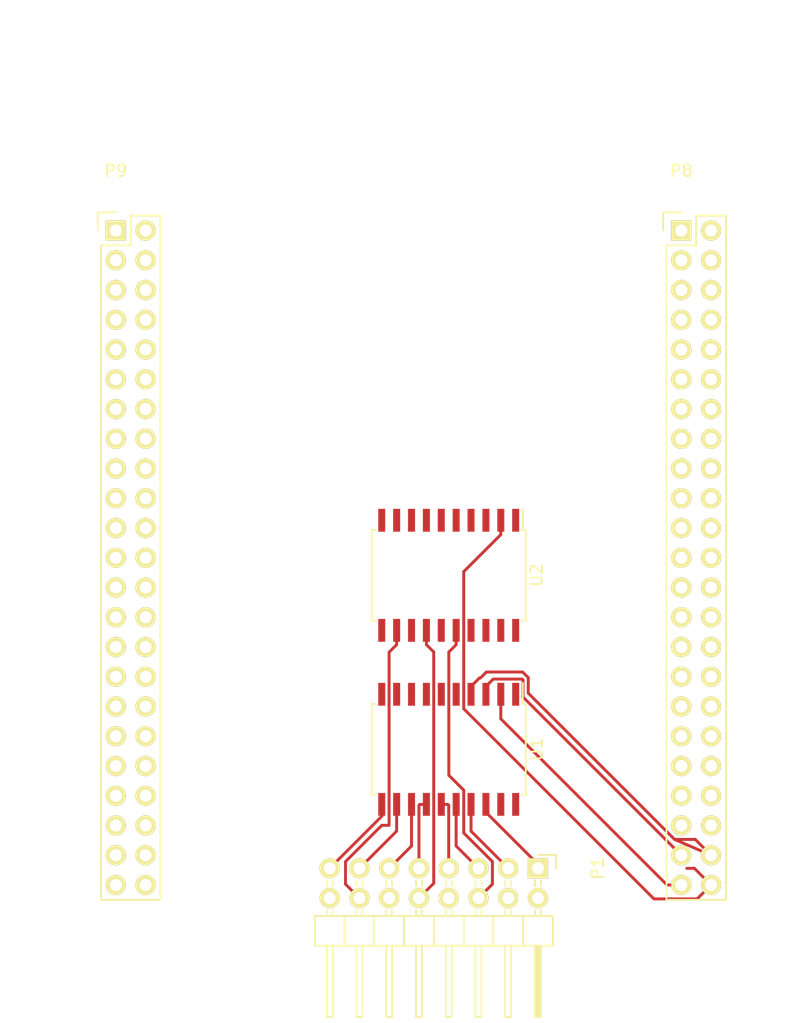
<source format=kicad_pcb>
(kicad_pcb (version 20160815) (host pcbnew "(2016-10-25 revision 89f9b7d)-master")

  (general
    (links 50)
    (no_connects 46)
    (area 114.463829 42.696129 169.076371 129.058671)
    (thickness 1.6)
    (drawings 11)
    (tracks 69)
    (zones 0)
    (modules 5)
    (nets 99)
  )

  (page A4)
  (layers
    (0 F.Cu signal)
    (31 B.Cu signal)
    (32 B.Adhes user)
    (33 F.Adhes user)
    (34 B.Paste user)
    (35 F.Paste user)
    (36 B.SilkS user)
    (37 F.SilkS user)
    (38 B.Mask user)
    (39 F.Mask user)
    (40 Dwgs.User user)
    (41 Cmts.User user)
    (42 Eco1.User user)
    (43 Eco2.User user)
    (44 Edge.Cuts user)
    (45 Margin user)
    (46 B.CrtYd user)
    (47 F.CrtYd user)
    (48 B.Fab user)
    (49 F.Fab user)
  )

  (setup
    (last_trace_width 0.25)
    (trace_clearance 0.2)
    (zone_clearance 0.508)
    (zone_45_only no)
    (trace_min 0.2)
    (segment_width 0.2)
    (edge_width 0.00254)
    (via_size 0.6)
    (via_drill 0.4)
    (via_min_size 0.4)
    (via_min_drill 0.3)
    (uvia_size 0.3)
    (uvia_drill 0.1)
    (uvias_allowed no)
    (uvia_min_size 0.2)
    (uvia_min_drill 0.1)
    (pcb_text_width 0.3)
    (pcb_text_size 1.5 1.5)
    (mod_edge_width 0.15)
    (mod_text_size 1 1)
    (mod_text_width 0.15)
    (pad_size 1.7272 1.7272)
    (pad_drill 1.016)
    (pad_to_mask_clearance 0)
    (aux_axis_origin 0 0)
    (visible_elements 7FFFFFFF)
    (pcbplotparams
      (layerselection 0x01030_80000001)
      (usegerberextensions false)
      (excludeedgelayer true)
      (linewidth 0.100000)
      (plotframeref false)
      (viasonmask false)
      (mode 1)
      (useauxorigin false)
      (hpglpennumber 1)
      (hpglpenspeed 20)
      (hpglpendiameter 15)
      (psnegative false)
      (psa4output false)
      (plotreference true)
      (plotvalue true)
      (plotinvisibletext false)
      (padsonsilk false)
      (subtractmaskfromsilk false)
      (outputformat 4)
      (mirror false)
      (drillshape 0)
      (scaleselection 1)
      (outputdirectory ""))
  )

  (net 0 "")
  (net 1 "Net-(P8-Pad3)")
  (net 2 "Net-(P8-Pad4)")
  (net 3 "Net-(P8-Pad5)")
  (net 4 "Net-(P8-Pad6)")
  (net 5 "Net-(P8-Pad7)")
  (net 6 "Net-(P8-Pad8)")
  (net 7 "Net-(P8-Pad9)")
  (net 8 "Net-(P8-Pad10)")
  (net 9 "Net-(P8-Pad11)")
  (net 10 "Net-(P8-Pad12)")
  (net 11 "Net-(P8-Pad13)")
  (net 12 "Net-(P8-Pad14)")
  (net 13 "Net-(P8-Pad15)")
  (net 14 "Net-(P8-Pad16)")
  (net 15 "Net-(P8-Pad17)")
  (net 16 "Net-(P8-Pad18)")
  (net 17 "Net-(P8-Pad19)")
  (net 18 "Net-(P8-Pad20)")
  (net 19 "Net-(P8-Pad21)")
  (net 20 "Net-(P8-Pad22)")
  (net 21 "Net-(P8-Pad23)")
  (net 22 "Net-(P8-Pad24)")
  (net 23 "Net-(P8-Pad25)")
  (net 24 "Net-(P8-Pad26)")
  (net 25 "Net-(P8-Pad27)")
  (net 26 "Net-(P8-Pad28)")
  (net 27 "Net-(P8-Pad29)")
  (net 28 "Net-(P8-Pad30)")
  (net 29 "Net-(P8-Pad31)")
  (net 30 "Net-(P8-Pad32)")
  (net 31 "Net-(P8-Pad33)")
  (net 32 "Net-(P8-Pad34)")
  (net 33 "Net-(P8-Pad35)")
  (net 34 "Net-(P8-Pad36)")
  (net 35 "Net-(P8-Pad37)")
  (net 36 "Net-(P8-Pad38)")
  (net 37 "Net-(P8-Pad39)")
  (net 38 "Net-(P8-Pad40)")
  (net 39 "Net-(P8-Pad41)")
  (net 40 "Net-(P8-Pad42)")
  (net 41 "Net-(P8-Pad43)")
  (net 42 "Net-(P8-Pad44)")
  (net 43 "Net-(P8-Pad45)")
  (net 44 "Net-(P8-Pad46)")
  (net 45 "Net-(P9-Pad11)")
  (net 46 "Net-(P9-Pad12)")
  (net 47 "Net-(P9-Pad13)")
  (net 48 "Net-(P9-Pad14)")
  (net 49 "Net-(P9-Pad15)")
  (net 50 "Net-(P9-Pad16)")
  (net 51 "Net-(P9-Pad17)")
  (net 52 "Net-(P9-Pad18)")
  (net 53 "Net-(P9-Pad19)")
  (net 54 "Net-(P9-Pad20)")
  (net 55 "Net-(P9-Pad21)")
  (net 56 "Net-(P9-Pad22)")
  (net 57 "Net-(P9-Pad23)")
  (net 58 "Net-(P9-Pad24)")
  (net 59 "Net-(P9-Pad25)")
  (net 60 "Net-(P9-Pad26)")
  (net 61 "Net-(P9-Pad27)")
  (net 62 "Net-(P9-Pad28)")
  (net 63 "Net-(P9-Pad29)")
  (net 64 "Net-(P9-Pad30)")
  (net 65 "Net-(P9-Pad31)")
  (net 66 "Net-(P9-Pad33)")
  (net 67 "Net-(P9-Pad35)")
  (net 68 "Net-(P9-Pad36)")
  (net 69 "Net-(P9-Pad37)")
  (net 70 "Net-(P9-Pad38)")
  (net 71 "Net-(P9-Pad39)")
  (net 72 "Net-(P9-Pad40)")
  (net 73 "Net-(P9-Pad41)")
  (net 74 "Net-(P9-Pad42)")
  (net 75 GNDD)
  (net 76 +3V3)
  (net 77 +5V)
  (net 78 SYS_5V)
  (net 79 PWR_BUT)
  (net 80 SYS_RESETN)
  (net 81 VDD_ADC)
  (net 82 GNDA_ADC)
  (net 83 /OE)
  (net 84 /LAT)
  (net 85 /CLK)
  (net 86 /C)
  (net 87 /B)
  (net 88 /A)
  (net 89 /BD2)
  (net 90 /GD2)
  (net 91 /RD2)
  (net 92 /BD1)
  (net 93 /GD1)
  (net 94 /RD1)
  (net 95 "Net-(U2-Pad11)")
  (net 96 "Net-(U2-Pad13)")
  (net 97 "Net-(U2-Pad15)")
  (net 98 "Net-(U2-Pad17)")

  (net_class Default "To jest domyślna klasa połączeń."
    (clearance 0.2)
    (trace_width 0.25)
    (via_dia 0.6)
    (via_drill 0.4)
    (uvia_dia 0.3)
    (uvia_drill 0.1)
    (diff_pair_gap 0.25)
    (diff_pair_width 0.2)
    (add_net +3V3)
    (add_net +5V)
    (add_net /A)
    (add_net /B)
    (add_net /BD1)
    (add_net /BD2)
    (add_net /C)
    (add_net /CLK)
    (add_net /GD1)
    (add_net /GD2)
    (add_net /LAT)
    (add_net /OE)
    (add_net /RD1)
    (add_net /RD2)
    (add_net GNDA_ADC)
    (add_net GNDD)
    (add_net "Net-(P8-Pad10)")
    (add_net "Net-(P8-Pad11)")
    (add_net "Net-(P8-Pad12)")
    (add_net "Net-(P8-Pad13)")
    (add_net "Net-(P8-Pad14)")
    (add_net "Net-(P8-Pad15)")
    (add_net "Net-(P8-Pad16)")
    (add_net "Net-(P8-Pad17)")
    (add_net "Net-(P8-Pad18)")
    (add_net "Net-(P8-Pad19)")
    (add_net "Net-(P8-Pad20)")
    (add_net "Net-(P8-Pad21)")
    (add_net "Net-(P8-Pad22)")
    (add_net "Net-(P8-Pad23)")
    (add_net "Net-(P8-Pad24)")
    (add_net "Net-(P8-Pad25)")
    (add_net "Net-(P8-Pad26)")
    (add_net "Net-(P8-Pad27)")
    (add_net "Net-(P8-Pad28)")
    (add_net "Net-(P8-Pad29)")
    (add_net "Net-(P8-Pad3)")
    (add_net "Net-(P8-Pad30)")
    (add_net "Net-(P8-Pad31)")
    (add_net "Net-(P8-Pad32)")
    (add_net "Net-(P8-Pad33)")
    (add_net "Net-(P8-Pad34)")
    (add_net "Net-(P8-Pad35)")
    (add_net "Net-(P8-Pad36)")
    (add_net "Net-(P8-Pad37)")
    (add_net "Net-(P8-Pad38)")
    (add_net "Net-(P8-Pad39)")
    (add_net "Net-(P8-Pad4)")
    (add_net "Net-(P8-Pad40)")
    (add_net "Net-(P8-Pad41)")
    (add_net "Net-(P8-Pad42)")
    (add_net "Net-(P8-Pad43)")
    (add_net "Net-(P8-Pad44)")
    (add_net "Net-(P8-Pad45)")
    (add_net "Net-(P8-Pad46)")
    (add_net "Net-(P8-Pad5)")
    (add_net "Net-(P8-Pad6)")
    (add_net "Net-(P8-Pad7)")
    (add_net "Net-(P8-Pad8)")
    (add_net "Net-(P8-Pad9)")
    (add_net "Net-(P9-Pad11)")
    (add_net "Net-(P9-Pad12)")
    (add_net "Net-(P9-Pad13)")
    (add_net "Net-(P9-Pad14)")
    (add_net "Net-(P9-Pad15)")
    (add_net "Net-(P9-Pad16)")
    (add_net "Net-(P9-Pad17)")
    (add_net "Net-(P9-Pad18)")
    (add_net "Net-(P9-Pad19)")
    (add_net "Net-(P9-Pad20)")
    (add_net "Net-(P9-Pad21)")
    (add_net "Net-(P9-Pad22)")
    (add_net "Net-(P9-Pad23)")
    (add_net "Net-(P9-Pad24)")
    (add_net "Net-(P9-Pad25)")
    (add_net "Net-(P9-Pad26)")
    (add_net "Net-(P9-Pad27)")
    (add_net "Net-(P9-Pad28)")
    (add_net "Net-(P9-Pad29)")
    (add_net "Net-(P9-Pad30)")
    (add_net "Net-(P9-Pad31)")
    (add_net "Net-(P9-Pad33)")
    (add_net "Net-(P9-Pad35)")
    (add_net "Net-(P9-Pad36)")
    (add_net "Net-(P9-Pad37)")
    (add_net "Net-(P9-Pad38)")
    (add_net "Net-(P9-Pad39)")
    (add_net "Net-(P9-Pad40)")
    (add_net "Net-(P9-Pad41)")
    (add_net "Net-(P9-Pad42)")
    (add_net "Net-(U2-Pad11)")
    (add_net "Net-(U2-Pad13)")
    (add_net "Net-(U2-Pad15)")
    (add_net "Net-(U2-Pad17)")
    (add_net PWR_BUT)
    (add_net SYS_5V)
    (add_net SYS_RESETN)
    (add_net VDD_ADC)
  )

  (module Housings_SOIC:SOIC-20W_7.5x12.8mm_Pitch1.27mm (layer F.Cu) (tedit 57503549) (tstamp 581AD0C4)
    (at 144.78 91.82 270)
    (descr "20-Lead Plastic Small Outline (SO) - Wide, 7.50 mm Body [SOIC] (see Microchip Packaging Specification 00000049BS.pdf)")
    (tags "SOIC 1.27")
    (path /580FE2F7)
    (attr smd)
    (fp_text reference U2 (at 0 -7.5 270) (layer F.SilkS)
      (effects (font (size 1 1) (thickness 0.15)))
    )
    (fp_text value 74HC245 (at 0 7.5 270) (layer F.Fab)
      (effects (font (size 1 1) (thickness 0.15)))
    )
    (fp_line (start -2.75 -6.4) (end 3.75 -6.4) (layer F.Fab) (width 0.15))
    (fp_line (start 3.75 -6.4) (end 3.75 6.4) (layer F.Fab) (width 0.15))
    (fp_line (start 3.75 6.4) (end -3.75 6.4) (layer F.Fab) (width 0.15))
    (fp_line (start -3.75 6.4) (end -3.75 -5.4) (layer F.Fab) (width 0.15))
    (fp_line (start -3.75 -5.4) (end -2.75 -6.4) (layer F.Fab) (width 0.15))
    (fp_line (start -5.95 -6.75) (end -5.95 6.75) (layer F.CrtYd) (width 0.05))
    (fp_line (start 5.95 -6.75) (end 5.95 6.75) (layer F.CrtYd) (width 0.05))
    (fp_line (start -5.95 -6.75) (end 5.95 -6.75) (layer F.CrtYd) (width 0.05))
    (fp_line (start -5.95 6.75) (end 5.95 6.75) (layer F.CrtYd) (width 0.05))
    (fp_line (start -3.875 -6.575) (end -3.875 -6.325) (layer F.SilkS) (width 0.15))
    (fp_line (start 3.875 -6.575) (end 3.875 -6.24) (layer F.SilkS) (width 0.15))
    (fp_line (start 3.875 6.575) (end 3.875 6.24) (layer F.SilkS) (width 0.15))
    (fp_line (start -3.875 6.575) (end -3.875 6.24) (layer F.SilkS) (width 0.15))
    (fp_line (start -3.875 -6.575) (end 3.875 -6.575) (layer F.SilkS) (width 0.15))
    (fp_line (start -3.875 6.575) (end 3.875 6.575) (layer F.SilkS) (width 0.15))
    (fp_line (start -3.875 -6.325) (end -5.675 -6.325) (layer F.SilkS) (width 0.15))
    (pad 1 smd rect (at -4.7 -5.715 270) (size 1.95 0.6) (layers F.Cu F.Paste F.Mask)
      (net 78 SYS_5V))
    (pad 2 smd rect (at -4.7 -4.445 270) (size 1.95 0.6) (layers F.Cu F.Paste F.Mask)
      (net 44 "Net-(P8-Pad46)"))
    (pad 3 smd rect (at -4.7 -3.175 270) (size 1.95 0.6) (layers F.Cu F.Paste F.Mask)
      (net 78 SYS_5V))
    (pad 4 smd rect (at -4.7 -1.905 270) (size 1.95 0.6) (layers F.Cu F.Paste F.Mask)
      (net 39 "Net-(P8-Pad41)"))
    (pad 5 smd rect (at -4.7 -0.635 270) (size 1.95 0.6) (layers F.Cu F.Paste F.Mask)
      (net 78 SYS_5V))
    (pad 6 smd rect (at -4.7 0.635 270) (size 1.95 0.6) (layers F.Cu F.Paste F.Mask)
      (net 25 "Net-(P8-Pad27)"))
    (pad 7 smd rect (at -4.7 1.905 270) (size 1.95 0.6) (layers F.Cu F.Paste F.Mask)
      (net 78 SYS_5V))
    (pad 8 smd rect (at -4.7 3.175 270) (size 1.95 0.6) (layers F.Cu F.Paste F.Mask)
      (net 26 "Net-(P8-Pad28)"))
    (pad 9 smd rect (at -4.7 4.445 270) (size 1.95 0.6) (layers F.Cu F.Paste F.Mask)
      (net 78 SYS_5V))
    (pad 10 smd rect (at -4.7 5.715 270) (size 1.95 0.6) (layers F.Cu F.Paste F.Mask)
      (net 75 GNDD))
    (pad 11 smd rect (at 4.7 5.715 270) (size 1.95 0.6) (layers F.Cu F.Paste F.Mask)
      (net 95 "Net-(U2-Pad11)"))
    (pad 12 smd rect (at 4.7 4.445 270) (size 1.95 0.6) (layers F.Cu F.Paste F.Mask)
      (net 84 /LAT))
    (pad 13 smd rect (at 4.7 3.175 270) (size 1.95 0.6) (layers F.Cu F.Paste F.Mask)
      (net 96 "Net-(U2-Pad13)"))
    (pad 14 smd rect (at 4.7 1.905 270) (size 1.95 0.6) (layers F.Cu F.Paste F.Mask)
      (net 87 /B))
    (pad 15 smd rect (at 4.7 0.635 270) (size 1.95 0.6) (layers F.Cu F.Paste F.Mask)
      (net 97 "Net-(U2-Pad15)"))
    (pad 16 smd rect (at 4.7 -0.635 270) (size 1.95 0.6) (layers F.Cu F.Paste F.Mask)
      (net 90 /GD2))
    (pad 17 smd rect (at 4.7 -1.905 270) (size 1.95 0.6) (layers F.Cu F.Paste F.Mask)
      (net 98 "Net-(U2-Pad17)"))
    (pad 18 smd rect (at 4.7 -3.175 270) (size 1.95 0.6) (layers F.Cu F.Paste F.Mask)
      (net 93 /GD1))
    (pad 19 smd rect (at 4.7 -4.445 270) (size 1.95 0.6) (layers F.Cu F.Paste F.Mask)
      (net 75 GNDD))
    (pad 20 smd rect (at 4.7 -5.715 270) (size 1.95 0.6) (layers F.Cu F.Paste F.Mask)
      (net 78 SYS_5V))
    (model Housings_SOIC.3dshapes/SOIC-20_7.5x12.8mm_Pitch1.27mm.wrl
      (at (xyz 0 0 0))
      (scale (xyz 1 1 1))
      (rotate (xyz 0 0 0))
    )
  )

  (module Housings_SOIC:SOIC-20W_7.5x12.8mm_Pitch1.27mm (layer F.Cu) (tedit 57503549) (tstamp 581AD07E)
    (at 144.78 106.68 270)
    (descr "20-Lead Plastic Small Outline (SO) - Wide, 7.50 mm Body [SOIC] (see Microchip Packaging Specification 00000049BS.pdf)")
    (tags "SOIC 1.27")
    (path /580FE264)
    (attr smd)
    (fp_text reference U1 (at 0 -7.5 270) (layer F.SilkS)
      (effects (font (size 1 1) (thickness 0.15)))
    )
    (fp_text value 74HC245 (at 0 7.5 270) (layer F.Fab)
      (effects (font (size 1 1) (thickness 0.15)))
    )
    (fp_line (start -3.875 -6.325) (end -5.675 -6.325) (layer F.SilkS) (width 0.15))
    (fp_line (start -3.875 6.575) (end 3.875 6.575) (layer F.SilkS) (width 0.15))
    (fp_line (start -3.875 -6.575) (end 3.875 -6.575) (layer F.SilkS) (width 0.15))
    (fp_line (start -3.875 6.575) (end -3.875 6.24) (layer F.SilkS) (width 0.15))
    (fp_line (start 3.875 6.575) (end 3.875 6.24) (layer F.SilkS) (width 0.15))
    (fp_line (start 3.875 -6.575) (end 3.875 -6.24) (layer F.SilkS) (width 0.15))
    (fp_line (start -3.875 -6.575) (end -3.875 -6.325) (layer F.SilkS) (width 0.15))
    (fp_line (start -5.95 6.75) (end 5.95 6.75) (layer F.CrtYd) (width 0.05))
    (fp_line (start -5.95 -6.75) (end 5.95 -6.75) (layer F.CrtYd) (width 0.05))
    (fp_line (start 5.95 -6.75) (end 5.95 6.75) (layer F.CrtYd) (width 0.05))
    (fp_line (start -5.95 -6.75) (end -5.95 6.75) (layer F.CrtYd) (width 0.05))
    (fp_line (start -3.75 -5.4) (end -2.75 -6.4) (layer F.Fab) (width 0.15))
    (fp_line (start -3.75 6.4) (end -3.75 -5.4) (layer F.Fab) (width 0.15))
    (fp_line (start 3.75 6.4) (end -3.75 6.4) (layer F.Fab) (width 0.15))
    (fp_line (start 3.75 -6.4) (end 3.75 6.4) (layer F.Fab) (width 0.15))
    (fp_line (start -2.75 -6.4) (end 3.75 -6.4) (layer F.Fab) (width 0.15))
    (pad 20 smd rect (at 4.7 -5.715 270) (size 1.95 0.6) (layers F.Cu F.Paste F.Mask)
      (net 78 SYS_5V))
    (pad 19 smd rect (at 4.7 -4.445 270) (size 1.95 0.6) (layers F.Cu F.Paste F.Mask)
      (net 75 GNDD))
    (pad 18 smd rect (at 4.7 -3.175 270) (size 1.95 0.6) (layers F.Cu F.Paste F.Mask)
      (net 94 /RD1))
    (pad 17 smd rect (at 4.7 -1.905 270) (size 1.95 0.6) (layers F.Cu F.Paste F.Mask)
      (net 92 /BD1))
    (pad 16 smd rect (at 4.7 -0.635 270) (size 1.95 0.6) (layers F.Cu F.Paste F.Mask)
      (net 91 /RD2))
    (pad 15 smd rect (at 4.7 0.635 270) (size 1.95 0.6) (layers F.Cu F.Paste F.Mask)
      (net 89 /BD2))
    (pad 14 smd rect (at 4.7 1.905 270) (size 1.95 0.6) (layers F.Cu F.Paste F.Mask)
      (net 88 /A))
    (pad 13 smd rect (at 4.7 3.175 270) (size 1.95 0.6) (layers F.Cu F.Paste F.Mask)
      (net 86 /C))
    (pad 12 smd rect (at 4.7 4.445 270) (size 1.95 0.6) (layers F.Cu F.Paste F.Mask)
      (net 85 /CLK))
    (pad 11 smd rect (at 4.7 5.715 270) (size 1.95 0.6) (layers F.Cu F.Paste F.Mask)
      (net 83 /OE))
    (pad 10 smd rect (at -4.7 5.715 270) (size 1.95 0.6) (layers F.Cu F.Paste F.Mask)
      (net 75 GNDD))
    (pad 9 smd rect (at -4.7 4.445 270) (size 1.95 0.6) (layers F.Cu F.Paste F.Mask)
      (net 28 "Net-(P8-Pad30)"))
    (pad 8 smd rect (at -4.7 3.175 270) (size 1.95 0.6) (layers F.Cu F.Paste F.Mask)
      (net 37 "Net-(P8-Pad39)"))
    (pad 7 smd rect (at -4.7 1.905 270) (size 1.95 0.6) (layers F.Cu F.Paste F.Mask)
      (net 27 "Net-(P8-Pad29)"))
    (pad 6 smd rect (at -4.7 0.635 270) (size 1.95 0.6) (layers F.Cu F.Paste F.Mask)
      (net 38 "Net-(P8-Pad40)"))
    (pad 5 smd rect (at -4.7 -0.635 270) (size 1.95 0.6) (layers F.Cu F.Paste F.Mask)
      (net 40 "Net-(P8-Pad42)"))
    (pad 4 smd rect (at -4.7 -1.905 270) (size 1.95 0.6) (layers F.Cu F.Paste F.Mask)
      (net 42 "Net-(P8-Pad44)"))
    (pad 3 smd rect (at -4.7 -3.175 270) (size 1.95 0.6) (layers F.Cu F.Paste F.Mask)
      (net 41 "Net-(P8-Pad43)"))
    (pad 2 smd rect (at -4.7 -4.445 270) (size 1.95 0.6) (layers F.Cu F.Paste F.Mask)
      (net 43 "Net-(P8-Pad45)"))
    (pad 1 smd rect (at -4.7 -5.715 270) (size 1.95 0.6) (layers F.Cu F.Paste F.Mask)
      (net 78 SYS_5V))
    (model Housings_SOIC.3dshapes/SOIC-20_7.5x12.8mm_Pitch1.27mm.wrl
      (at (xyz 0 0 0))
      (scale (xyz 1 1 1))
      (rotate (xyz 0 0 0))
    )
  )

  (module Pin_Headers:Pin_Header_Angled_2x08 (layer F.Cu) (tedit 0) (tstamp 581AD040)
    (at 152.4 116.84 270)
    (descr "Through hole pin header")
    (tags "pin header")
    (path /580FE386)
    (fp_text reference P1 (at 0 -5.1 270) (layer F.SilkS)
      (effects (font (size 1 1) (thickness 0.15)))
    )
    (fp_text value CONN_02X08 (at 0 -3.1 270) (layer F.Fab)
      (effects (font (size 1 1) (thickness 0.15)))
    )
    (fp_line (start 4.064 -1.27) (end 6.604 -1.27) (layer F.SilkS) (width 0.15))
    (fp_line (start 4.064 -1.27) (end 4.064 1.27) (layer F.SilkS) (width 0.15))
    (fp_line (start 4.064 1.27) (end 6.604 1.27) (layer F.SilkS) (width 0.15))
    (fp_line (start 6.604 -0.254) (end 12.7 -0.254) (layer F.SilkS) (width 0.15))
    (fp_line (start 12.7 -0.254) (end 12.7 0.254) (layer F.SilkS) (width 0.15))
    (fp_line (start 12.7 0.254) (end 6.604 0.254) (layer F.SilkS) (width 0.15))
    (fp_line (start 6.604 1.27) (end 6.604 -1.27) (layer F.SilkS) (width 0.15))
    (fp_line (start 6.604 3.81) (end 6.604 1.27) (layer F.SilkS) (width 0.15))
    (fp_line (start 12.7 2.794) (end 6.604 2.794) (layer F.SilkS) (width 0.15))
    (fp_line (start 12.7 2.286) (end 12.7 2.794) (layer F.SilkS) (width 0.15))
    (fp_line (start 6.604 2.286) (end 12.7 2.286) (layer F.SilkS) (width 0.15))
    (fp_line (start 4.064 3.81) (end 6.604 3.81) (layer F.SilkS) (width 0.15))
    (fp_line (start 4.064 1.27) (end 4.064 3.81) (layer F.SilkS) (width 0.15))
    (fp_line (start 4.064 1.27) (end 6.604 1.27) (layer F.SilkS) (width 0.15))
    (fp_line (start 4.064 6.35) (end 6.604 6.35) (layer F.SilkS) (width 0.15))
    (fp_line (start 4.064 6.35) (end 4.064 8.89) (layer F.SilkS) (width 0.15))
    (fp_line (start 4.064 8.89) (end 6.604 8.89) (layer F.SilkS) (width 0.15))
    (fp_line (start 6.604 7.366) (end 12.7 7.366) (layer F.SilkS) (width 0.15))
    (fp_line (start 12.7 7.366) (end 12.7 7.874) (layer F.SilkS) (width 0.15))
    (fp_line (start 12.7 7.874) (end 6.604 7.874) (layer F.SilkS) (width 0.15))
    (fp_line (start 6.604 8.89) (end 6.604 6.35) (layer F.SilkS) (width 0.15))
    (fp_line (start 6.604 6.35) (end 6.604 3.81) (layer F.SilkS) (width 0.15))
    (fp_line (start 12.7 5.334) (end 6.604 5.334) (layer F.SilkS) (width 0.15))
    (fp_line (start 12.7 4.826) (end 12.7 5.334) (layer F.SilkS) (width 0.15))
    (fp_line (start 6.604 4.826) (end 12.7 4.826) (layer F.SilkS) (width 0.15))
    (fp_line (start 4.064 6.35) (end 6.604 6.35) (layer F.SilkS) (width 0.15))
    (fp_line (start 4.064 3.81) (end 4.064 6.35) (layer F.SilkS) (width 0.15))
    (fp_line (start 4.064 3.81) (end 6.604 3.81) (layer F.SilkS) (width 0.15))
    (fp_line (start 4.064 13.97) (end 6.604 13.97) (layer F.SilkS) (width 0.15))
    (fp_line (start 4.064 13.97) (end 4.064 16.51) (layer F.SilkS) (width 0.15))
    (fp_line (start 4.064 16.51) (end 6.604 16.51) (layer F.SilkS) (width 0.15))
    (fp_line (start 6.604 14.986) (end 12.7 14.986) (layer F.SilkS) (width 0.15))
    (fp_line (start 12.7 14.986) (end 12.7 15.494) (layer F.SilkS) (width 0.15))
    (fp_line (start 12.7 15.494) (end 6.604 15.494) (layer F.SilkS) (width 0.15))
    (fp_line (start 6.604 16.51) (end 6.604 13.97) (layer F.SilkS) (width 0.15))
    (fp_line (start 6.604 19.05) (end 6.604 16.51) (layer F.SilkS) (width 0.15))
    (fp_line (start 12.7 18.034) (end 6.604 18.034) (layer F.SilkS) (width 0.15))
    (fp_line (start 12.7 17.526) (end 12.7 18.034) (layer F.SilkS) (width 0.15))
    (fp_line (start 6.604 17.526) (end 12.7 17.526) (layer F.SilkS) (width 0.15))
    (fp_line (start 4.064 19.05) (end 6.604 19.05) (layer F.SilkS) (width 0.15))
    (fp_line (start 4.064 16.51) (end 4.064 19.05) (layer F.SilkS) (width 0.15))
    (fp_line (start 4.064 16.51) (end 6.604 16.51) (layer F.SilkS) (width 0.15))
    (fp_line (start 4.064 11.43) (end 6.604 11.43) (layer F.SilkS) (width 0.15))
    (fp_line (start 4.064 11.43) (end 4.064 13.97) (layer F.SilkS) (width 0.15))
    (fp_line (start 4.064 13.97) (end 6.604 13.97) (layer F.SilkS) (width 0.15))
    (fp_line (start 6.604 12.446) (end 12.7 12.446) (layer F.SilkS) (width 0.15))
    (fp_line (start 12.7 12.446) (end 12.7 12.954) (layer F.SilkS) (width 0.15))
    (fp_line (start 12.7 12.954) (end 6.604 12.954) (layer F.SilkS) (width 0.15))
    (fp_line (start 6.604 13.97) (end 6.604 11.43) (layer F.SilkS) (width 0.15))
    (fp_line (start 6.604 11.43) (end 6.604 8.89) (layer F.SilkS) (width 0.15))
    (fp_line (start 12.7 10.414) (end 6.604 10.414) (layer F.SilkS) (width 0.15))
    (fp_line (start 12.7 9.906) (end 12.7 10.414) (layer F.SilkS) (width 0.15))
    (fp_line (start 6.604 9.906) (end 12.7 9.906) (layer F.SilkS) (width 0.15))
    (fp_line (start 4.064 11.43) (end 6.604 11.43) (layer F.SilkS) (width 0.15))
    (fp_line (start 4.064 8.89) (end 4.064 11.43) (layer F.SilkS) (width 0.15))
    (fp_line (start 4.064 8.89) (end 6.604 8.89) (layer F.SilkS) (width 0.15))
    (fp_line (start 6.731 0) (end 12.573 0) (layer F.SilkS) (width 0.15))
    (fp_line (start 6.731 0.127) (end 6.731 0) (layer F.SilkS) (width 0.15))
    (fp_line (start 12.573 0.127) (end 6.731 0.127) (layer F.SilkS) (width 0.15))
    (fp_line (start 12.573 -0.127) (end 12.573 0.127) (layer F.SilkS) (width 0.15))
    (fp_line (start 6.604 -0.127) (end 12.573 -0.127) (layer F.SilkS) (width 0.15))
    (fp_line (start -1.15 -1.55) (end -1.15 0) (layer F.SilkS) (width 0.15))
    (fp_line (start 0 -1.55) (end -1.15 -1.55) (layer F.SilkS) (width 0.15))
    (fp_line (start 4.064 4.826) (end 3.556 4.826) (layer F.SilkS) (width 0.15))
    (fp_line (start 4.064 5.334) (end 3.556 5.334) (layer F.SilkS) (width 0.15))
    (fp_line (start 4.064 7.366) (end 3.556 7.366) (layer F.SilkS) (width 0.15))
    (fp_line (start 4.064 7.874) (end 3.556 7.874) (layer F.SilkS) (width 0.15))
    (fp_line (start 4.064 2.794) (end 3.556 2.794) (layer F.SilkS) (width 0.15))
    (fp_line (start 4.064 2.286) (end 3.556 2.286) (layer F.SilkS) (width 0.15))
    (fp_line (start 4.064 0.254) (end 3.556 0.254) (layer F.SilkS) (width 0.15))
    (fp_line (start 4.064 -0.254) (end 3.556 -0.254) (layer F.SilkS) (width 0.15))
    (fp_line (start 4.064 9.906) (end 3.556 9.906) (layer F.SilkS) (width 0.15))
    (fp_line (start 4.064 10.414) (end 3.556 10.414) (layer F.SilkS) (width 0.15))
    (fp_line (start 4.064 12.446) (end 3.556 12.446) (layer F.SilkS) (width 0.15))
    (fp_line (start 4.064 12.954) (end 3.556 12.954) (layer F.SilkS) (width 0.15))
    (fp_line (start 4.064 18.034) (end 3.556 18.034) (layer F.SilkS) (width 0.15))
    (fp_line (start 4.064 17.526) (end 3.556 17.526) (layer F.SilkS) (width 0.15))
    (fp_line (start 4.064 15.494) (end 3.556 15.494) (layer F.SilkS) (width 0.15))
    (fp_line (start 4.064 14.986) (end 3.556 14.986) (layer F.SilkS) (width 0.15))
    (fp_line (start 1.524 2.286) (end 1.016 2.286) (layer F.SilkS) (width 0.15))
    (fp_line (start 1.524 2.794) (end 1.016 2.794) (layer F.SilkS) (width 0.15))
    (fp_line (start 1.524 4.826) (end 1.016 4.826) (layer F.SilkS) (width 0.15))
    (fp_line (start 1.524 5.334) (end 1.016 5.334) (layer F.SilkS) (width 0.15))
    (fp_line (start 1.524 0.254) (end 1.016 0.254) (layer F.SilkS) (width 0.15))
    (fp_line (start 1.524 -0.254) (end 1.016 -0.254) (layer F.SilkS) (width 0.15))
    (fp_line (start 1.524 7.366) (end 1.016 7.366) (layer F.SilkS) (width 0.15))
    (fp_line (start 1.524 7.874) (end 1.016 7.874) (layer F.SilkS) (width 0.15))
    (fp_line (start 1.524 9.906) (end 1.016 9.906) (layer F.SilkS) (width 0.15))
    (fp_line (start 1.524 10.414) (end 1.016 10.414) (layer F.SilkS) (width 0.15))
    (fp_line (start 1.524 15.494) (end 1.016 15.494) (layer F.SilkS) (width 0.15))
    (fp_line (start 1.524 14.986) (end 1.016 14.986) (layer F.SilkS) (width 0.15))
    (fp_line (start 1.524 12.954) (end 1.016 12.954) (layer F.SilkS) (width 0.15))
    (fp_line (start 1.524 12.446) (end 1.016 12.446) (layer F.SilkS) (width 0.15))
    (fp_line (start 1.524 17.526) (end 1.016 17.526) (layer F.SilkS) (width 0.15))
    (fp_line (start 1.524 18.034) (end 1.016 18.034) (layer F.SilkS) (width 0.15))
    (fp_line (start -1.35 19.55) (end 13.2 19.55) (layer F.CrtYd) (width 0.05))
    (fp_line (start -1.35 -1.75) (end 13.2 -1.75) (layer F.CrtYd) (width 0.05))
    (fp_line (start 13.2 -1.75) (end 13.2 19.55) (layer F.CrtYd) (width 0.05))
    (fp_line (start -1.35 -1.75) (end -1.35 19.55) (layer F.CrtYd) (width 0.05))
    (pad 16 thru_hole oval (at 2.54 17.78 270) (size 1.7272 1.7272) (drill 1.016) (layers *.Cu *.Mask F.SilkS)
      (net 75 GNDD))
    (pad 15 thru_hole oval (at 0 17.78 270) (size 1.7272 1.7272) (drill 1.016) (layers *.Cu *.Mask F.SilkS)
      (net 83 /OE))
    (pad 14 thru_hole oval (at 2.54 15.24 270) (size 1.7272 1.7272) (drill 1.016) (layers *.Cu *.Mask F.SilkS)
      (net 84 /LAT))
    (pad 13 thru_hole oval (at 0 15.24 270) (size 1.7272 1.7272) (drill 1.016) (layers *.Cu *.Mask F.SilkS)
      (net 85 /CLK))
    (pad 12 thru_hole oval (at 2.54 12.7 270) (size 1.7272 1.7272) (drill 1.016) (layers *.Cu *.Mask F.SilkS)
      (net 75 GNDD))
    (pad 11 thru_hole oval (at 0 12.7 270) (size 1.7272 1.7272) (drill 1.016) (layers *.Cu *.Mask F.SilkS)
      (net 86 /C))
    (pad 10 thru_hole oval (at 2.54 10.16 270) (size 1.7272 1.7272) (drill 1.016) (layers *.Cu *.Mask F.SilkS)
      (net 87 /B))
    (pad 9 thru_hole oval (at 0 10.16 270) (size 1.7272 1.7272) (drill 1.016) (layers *.Cu *.Mask F.SilkS)
      (net 88 /A))
    (pad 8 thru_hole oval (at 2.54 7.62 270) (size 1.7272 1.7272) (drill 1.016) (layers *.Cu *.Mask F.SilkS)
      (net 75 GNDD))
    (pad 7 thru_hole oval (at 0 7.62 270) (size 1.7272 1.7272) (drill 1.016) (layers *.Cu *.Mask F.SilkS)
      (net 89 /BD2))
    (pad 6 thru_hole oval (at 2.54 5.08 270) (size 1.7272 1.7272) (drill 1.016) (layers *.Cu *.Mask F.SilkS)
      (net 90 /GD2))
    (pad 5 thru_hole oval (at 0 5.08 270) (size 1.7272 1.7272) (drill 1.016) (layers *.Cu *.Mask F.SilkS)
      (net 91 /RD2))
    (pad 4 thru_hole oval (at 2.54 2.54 270) (size 1.7272 1.7272) (drill 1.016) (layers *.Cu *.Mask F.SilkS)
      (net 75 GNDD))
    (pad 3 thru_hole oval (at 0 2.54 270) (size 1.7272 1.7272) (drill 1.016) (layers *.Cu *.Mask F.SilkS)
      (net 92 /BD1))
    (pad 2 thru_hole oval (at 2.54 0 270) (size 1.7272 1.7272) (drill 1.016) (layers *.Cu *.Mask F.SilkS)
      (net 93 /GD1))
    (pad 1 thru_hole rect (at 0 0 270) (size 1.7272 1.7272) (drill 1.016) (layers *.Cu *.Mask F.SilkS)
      (net 94 /RD1))
    (model Pin_Headers.3dshapes/Pin_Header_Angled_2x08.wrl
      (at (xyz 0.05 -0.35 0))
      (scale (xyz 1 1 1))
      (rotate (xyz 0 0 90))
    )
  )

  (module Socket_BeagleBone_Black:Socket_BeagleBone_Black (layer F.Cu) (tedit 55DF76F9) (tstamp 55DF7717)
    (at 164.6301 62.3824)
    (descr "Through hole pin header")
    (tags "pin header")
    (path /55DF7DE1)
    (fp_text reference P8 (at 0 -5.1) (layer F.SilkS)
      (effects (font (size 1 1) (thickness 0.15)))
    )
    (fp_text value BeagleBone_Black_Header (at 0 -3.1) (layer F.Fab)
      (effects (font (size 1 1) (thickness 0.15)))
    )
    (fp_line (start -1.75 -1.75) (end -1.75 57.65) (layer F.CrtYd) (width 0.05))
    (fp_line (start 4.3 -1.75) (end 4.3 57.65) (layer F.CrtYd) (width 0.05))
    (fp_line (start -1.75 -1.75) (end 4.3 -1.75) (layer F.CrtYd) (width 0.05))
    (fp_line (start -1.75 57.65) (end 4.3 57.65) (layer F.CrtYd) (width 0.05))
    (fp_line (start 3.81 57.15) (end 3.81 -1.27) (layer F.SilkS) (width 0.15))
    (fp_line (start -1.27 57.15) (end -1.27 1.27) (layer F.SilkS) (width 0.15))
    (fp_line (start 3.81 57.15) (end -1.27 57.15) (layer F.SilkS) (width 0.15))
    (fp_line (start 3.81 -1.27) (end 1.27 -1.27) (layer F.SilkS) (width 0.15))
    (fp_line (start 0 -1.55) (end -1.55 -1.55) (layer F.SilkS) (width 0.15))
    (fp_line (start 1.27 -1.27) (end 1.27 1.27) (layer F.SilkS) (width 0.15))
    (fp_line (start 1.27 1.27) (end -1.27 1.27) (layer F.SilkS) (width 0.15))
    (fp_line (start -1.55 -1.55) (end -1.55 0) (layer F.SilkS) (width 0.15))
    (pad 1 thru_hole rect (at 0 0) (size 1.7272 1.7272) (drill 1.016) (layers *.Cu *.Mask F.SilkS)
      (net 75 GNDD))
    (pad 2 thru_hole oval (at 2.54 0) (size 1.7272 1.7272) (drill 1.016) (layers *.Cu *.Mask F.SilkS)
      (net 75 GNDD))
    (pad 3 thru_hole oval (at 0 2.54) (size 1.7272 1.7272) (drill 1.016) (layers *.Cu *.Mask F.SilkS)
      (net 1 "Net-(P8-Pad3)"))
    (pad 4 thru_hole oval (at 2.54 2.54) (size 1.7272 1.7272) (drill 1.016) (layers *.Cu *.Mask F.SilkS)
      (net 2 "Net-(P8-Pad4)"))
    (pad 5 thru_hole oval (at 0 5.08) (size 1.7272 1.7272) (drill 1.016) (layers *.Cu *.Mask F.SilkS)
      (net 3 "Net-(P8-Pad5)"))
    (pad 6 thru_hole oval (at 2.54 5.08) (size 1.7272 1.7272) (drill 1.016) (layers *.Cu *.Mask F.SilkS)
      (net 4 "Net-(P8-Pad6)"))
    (pad 7 thru_hole oval (at 0 7.62) (size 1.7272 1.7272) (drill 1.016) (layers *.Cu *.Mask F.SilkS)
      (net 5 "Net-(P8-Pad7)"))
    (pad 8 thru_hole oval (at 2.54 7.62) (size 1.7272 1.7272) (drill 1.016) (layers *.Cu *.Mask F.SilkS)
      (net 6 "Net-(P8-Pad8)"))
    (pad 9 thru_hole oval (at 0 10.16) (size 1.7272 1.7272) (drill 1.016) (layers *.Cu *.Mask F.SilkS)
      (net 7 "Net-(P8-Pad9)"))
    (pad 10 thru_hole oval (at 2.54 10.16) (size 1.7272 1.7272) (drill 1.016) (layers *.Cu *.Mask F.SilkS)
      (net 8 "Net-(P8-Pad10)"))
    (pad 11 thru_hole oval (at 0 12.7) (size 1.7272 1.7272) (drill 1.016) (layers *.Cu *.Mask F.SilkS)
      (net 9 "Net-(P8-Pad11)"))
    (pad 12 thru_hole oval (at 2.54 12.7) (size 1.7272 1.7272) (drill 1.016) (layers *.Cu *.Mask F.SilkS)
      (net 10 "Net-(P8-Pad12)"))
    (pad 13 thru_hole oval (at 0 15.24) (size 1.7272 1.7272) (drill 1.016) (layers *.Cu *.Mask F.SilkS)
      (net 11 "Net-(P8-Pad13)"))
    (pad 14 thru_hole oval (at 2.54 15.24) (size 1.7272 1.7272) (drill 1.016) (layers *.Cu *.Mask F.SilkS)
      (net 12 "Net-(P8-Pad14)"))
    (pad 15 thru_hole oval (at 0 17.78) (size 1.7272 1.7272) (drill 1.016) (layers *.Cu *.Mask F.SilkS)
      (net 13 "Net-(P8-Pad15)"))
    (pad 16 thru_hole oval (at 2.54 17.78) (size 1.7272 1.7272) (drill 1.016) (layers *.Cu *.Mask F.SilkS)
      (net 14 "Net-(P8-Pad16)"))
    (pad 17 thru_hole oval (at 0 20.32) (size 1.7272 1.7272) (drill 1.016) (layers *.Cu *.Mask F.SilkS)
      (net 15 "Net-(P8-Pad17)"))
    (pad 18 thru_hole oval (at 2.54 20.32) (size 1.7272 1.7272) (drill 1.016) (layers *.Cu *.Mask F.SilkS)
      (net 16 "Net-(P8-Pad18)"))
    (pad 19 thru_hole oval (at 0 22.86) (size 1.7272 1.7272) (drill 1.016) (layers *.Cu *.Mask F.SilkS)
      (net 17 "Net-(P8-Pad19)"))
    (pad 20 thru_hole oval (at 2.54 22.86) (size 1.7272 1.7272) (drill 1.016) (layers *.Cu *.Mask F.SilkS)
      (net 18 "Net-(P8-Pad20)"))
    (pad 21 thru_hole oval (at 0 25.4) (size 1.7272 1.7272) (drill 1.016) (layers *.Cu *.Mask F.SilkS)
      (net 19 "Net-(P8-Pad21)"))
    (pad 22 thru_hole oval (at 2.54 25.4) (size 1.7272 1.7272) (drill 1.016) (layers *.Cu *.Mask F.SilkS)
      (net 20 "Net-(P8-Pad22)"))
    (pad 23 thru_hole oval (at 0 27.94) (size 1.7272 1.7272) (drill 1.016) (layers *.Cu *.Mask F.SilkS)
      (net 21 "Net-(P8-Pad23)"))
    (pad 24 thru_hole oval (at 2.54 27.94) (size 1.7272 1.7272) (drill 1.016) (layers *.Cu *.Mask F.SilkS)
      (net 22 "Net-(P8-Pad24)"))
    (pad 25 thru_hole oval (at 0 30.48) (size 1.7272 1.7272) (drill 1.016) (layers *.Cu *.Mask F.SilkS)
      (net 23 "Net-(P8-Pad25)"))
    (pad 26 thru_hole oval (at 2.54 30.48) (size 1.7272 1.7272) (drill 1.016) (layers *.Cu *.Mask F.SilkS)
      (net 24 "Net-(P8-Pad26)"))
    (pad 27 thru_hole oval (at 0 33.02) (size 1.7272 1.7272) (drill 1.016) (layers *.Cu *.Mask F.SilkS)
      (net 25 "Net-(P8-Pad27)"))
    (pad 28 thru_hole oval (at 2.54 33.02) (size 1.7272 1.7272) (drill 1.016) (layers *.Cu *.Mask F.SilkS)
      (net 26 "Net-(P8-Pad28)"))
    (pad 29 thru_hole oval (at 0 35.56) (size 1.7272 1.7272) (drill 1.016) (layers *.Cu *.Mask F.SilkS)
      (net 27 "Net-(P8-Pad29)"))
    (pad 30 thru_hole oval (at 2.54 35.56) (size 1.7272 1.7272) (drill 1.016) (layers *.Cu *.Mask F.SilkS)
      (net 28 "Net-(P8-Pad30)"))
    (pad 31 thru_hole oval (at 0 38.1) (size 1.7272 1.7272) (drill 1.016) (layers *.Cu *.Mask F.SilkS)
      (net 29 "Net-(P8-Pad31)"))
    (pad 32 thru_hole oval (at 2.54 38.1) (size 1.7272 1.7272) (drill 1.016) (layers *.Cu *.Mask F.SilkS)
      (net 30 "Net-(P8-Pad32)"))
    (pad 33 thru_hole oval (at 0 40.64) (size 1.7272 1.7272) (drill 1.016) (layers *.Cu *.Mask F.SilkS)
      (net 31 "Net-(P8-Pad33)"))
    (pad 34 thru_hole oval (at 2.54 40.64) (size 1.7272 1.7272) (drill 1.016) (layers *.Cu *.Mask F.SilkS)
      (net 32 "Net-(P8-Pad34)"))
    (pad 35 thru_hole oval (at 0 43.18) (size 1.7272 1.7272) (drill 1.016) (layers *.Cu *.Mask F.SilkS)
      (net 33 "Net-(P8-Pad35)"))
    (pad 36 thru_hole oval (at 2.54 43.18) (size 1.7272 1.7272) (drill 1.016) (layers *.Cu *.Mask F.SilkS)
      (net 34 "Net-(P8-Pad36)"))
    (pad 37 thru_hole oval (at 0 45.72) (size 1.7272 1.7272) (drill 1.016) (layers *.Cu *.Mask F.SilkS)
      (net 35 "Net-(P8-Pad37)"))
    (pad 38 thru_hole oval (at 2.54 45.72) (size 1.7272 1.7272) (drill 1.016) (layers *.Cu *.Mask F.SilkS)
      (net 36 "Net-(P8-Pad38)"))
    (pad 39 thru_hole oval (at 0 48.26) (size 1.7272 1.7272) (drill 1.016) (layers *.Cu *.Mask F.SilkS)
      (net 37 "Net-(P8-Pad39)"))
    (pad 40 thru_hole oval (at 2.54 48.26) (size 1.7272 1.7272) (drill 1.016) (layers *.Cu *.Mask F.SilkS)
      (net 38 "Net-(P8-Pad40)"))
    (pad 41 thru_hole oval (at 0 50.8) (size 1.7272 1.7272) (drill 1.016) (layers *.Cu *.Mask F.SilkS)
      (net 39 "Net-(P8-Pad41)"))
    (pad 42 thru_hole oval (at 2.54 50.8) (size 1.7272 1.7272) (drill 1.016) (layers *.Cu *.Mask F.SilkS)
      (net 40 "Net-(P8-Pad42)"))
    (pad 43 thru_hole oval (at 0 53.34) (size 1.7272 1.7272) (drill 1.016) (layers *.Cu *.Mask F.SilkS)
      (net 41 "Net-(P8-Pad43)"))
    (pad 44 thru_hole oval (at 2.54 53.34) (size 1.7272 1.7272) (drill 1.016) (layers *.Cu *.Mask F.SilkS)
      (net 42 "Net-(P8-Pad44)"))
    (pad 45 thru_hole oval (at 0 55.88) (size 1.7272 1.7272) (drill 1.016) (layers *.Cu *.Mask F.SilkS)
      (net 43 "Net-(P8-Pad45)"))
    (pad 46 thru_hole oval (at 2.54 55.88) (size 1.7272 1.7272) (drill 1.016) (layers *.Cu *.Mask F.SilkS)
      (net 44 "Net-(P8-Pad46)"))
    (model ${KIPRJMOD}/Socket_BeagleBone_Black.3dshapes/Socket_BeagleBone_Black.wrl
      (at (xyz 0.05 -1.1 0))
      (scale (xyz 1 1 1))
      (rotate (xyz 0 0 90))
    )
  )

  (module Socket_BeagleBone_Black:Socket_BeagleBone_Black (layer F.Cu) (tedit 0) (tstamp 55DF7748)
    (at 116.3701 62.3824)
    (descr "Through hole pin header")
    (tags "pin header")
    (path /55DF7DBA)
    (fp_text reference P9 (at 0 -5.1) (layer F.SilkS)
      (effects (font (size 1 1) (thickness 0.15)))
    )
    (fp_text value BeagleBone_Black_Header (at 0 -3.1) (layer F.Fab)
      (effects (font (size 1 1) (thickness 0.15)))
    )
    (fp_line (start -1.75 -1.75) (end -1.75 57.65) (layer F.CrtYd) (width 0.05))
    (fp_line (start 4.3 -1.75) (end 4.3 57.65) (layer F.CrtYd) (width 0.05))
    (fp_line (start -1.75 -1.75) (end 4.3 -1.75) (layer F.CrtYd) (width 0.05))
    (fp_line (start -1.75 57.65) (end 4.3 57.65) (layer F.CrtYd) (width 0.05))
    (fp_line (start 3.81 57.15) (end 3.81 -1.27) (layer F.SilkS) (width 0.15))
    (fp_line (start -1.27 57.15) (end -1.27 1.27) (layer F.SilkS) (width 0.15))
    (fp_line (start 3.81 57.15) (end -1.27 57.15) (layer F.SilkS) (width 0.15))
    (fp_line (start 3.81 -1.27) (end 1.27 -1.27) (layer F.SilkS) (width 0.15))
    (fp_line (start 0 -1.55) (end -1.55 -1.55) (layer F.SilkS) (width 0.15))
    (fp_line (start 1.27 -1.27) (end 1.27 1.27) (layer F.SilkS) (width 0.15))
    (fp_line (start 1.27 1.27) (end -1.27 1.27) (layer F.SilkS) (width 0.15))
    (fp_line (start -1.55 -1.55) (end -1.55 0) (layer F.SilkS) (width 0.15))
    (pad 1 thru_hole rect (at 0 0) (size 1.7272 1.7272) (drill 1.016) (layers *.Cu *.Mask F.SilkS)
      (net 75 GNDD))
    (pad 2 thru_hole oval (at 2.54 0) (size 1.7272 1.7272) (drill 1.016) (layers *.Cu *.Mask F.SilkS)
      (net 75 GNDD))
    (pad 3 thru_hole oval (at 0 2.54) (size 1.7272 1.7272) (drill 1.016) (layers *.Cu *.Mask F.SilkS)
      (net 76 +3V3))
    (pad 4 thru_hole oval (at 2.54 2.54) (size 1.7272 1.7272) (drill 1.016) (layers *.Cu *.Mask F.SilkS)
      (net 76 +3V3))
    (pad 5 thru_hole oval (at 0 5.08) (size 1.7272 1.7272) (drill 1.016) (layers *.Cu *.Mask F.SilkS)
      (net 77 +5V))
    (pad 6 thru_hole oval (at 2.54 5.08) (size 1.7272 1.7272) (drill 1.016) (layers *.Cu *.Mask F.SilkS)
      (net 77 +5V))
    (pad 7 thru_hole oval (at 0 7.62) (size 1.7272 1.7272) (drill 1.016) (layers *.Cu *.Mask F.SilkS)
      (net 78 SYS_5V))
    (pad 8 thru_hole oval (at 2.54 7.62) (size 1.7272 1.7272) (drill 1.016) (layers *.Cu *.Mask F.SilkS)
      (net 78 SYS_5V))
    (pad 9 thru_hole oval (at 0 10.16) (size 1.7272 1.7272) (drill 1.016) (layers *.Cu *.Mask F.SilkS)
      (net 79 PWR_BUT))
    (pad 10 thru_hole oval (at 2.54 10.16) (size 1.7272 1.7272) (drill 1.016) (layers *.Cu *.Mask F.SilkS)
      (net 80 SYS_RESETN))
    (pad 11 thru_hole oval (at 0 12.7) (size 1.7272 1.7272) (drill 1.016) (layers *.Cu *.Mask F.SilkS)
      (net 45 "Net-(P9-Pad11)"))
    (pad 12 thru_hole oval (at 2.54 12.7) (size 1.7272 1.7272) (drill 1.016) (layers *.Cu *.Mask F.SilkS)
      (net 46 "Net-(P9-Pad12)"))
    (pad 13 thru_hole oval (at 0 15.24) (size 1.7272 1.7272) (drill 1.016) (layers *.Cu *.Mask F.SilkS)
      (net 47 "Net-(P9-Pad13)"))
    (pad 14 thru_hole oval (at 2.54 15.24) (size 1.7272 1.7272) (drill 1.016) (layers *.Cu *.Mask F.SilkS)
      (net 48 "Net-(P9-Pad14)"))
    (pad 15 thru_hole oval (at 0 17.78) (size 1.7272 1.7272) (drill 1.016) (layers *.Cu *.Mask F.SilkS)
      (net 49 "Net-(P9-Pad15)"))
    (pad 16 thru_hole oval (at 2.54 17.78) (size 1.7272 1.7272) (drill 1.016) (layers *.Cu *.Mask F.SilkS)
      (net 50 "Net-(P9-Pad16)"))
    (pad 17 thru_hole oval (at 0 20.32) (size 1.7272 1.7272) (drill 1.016) (layers *.Cu *.Mask F.SilkS)
      (net 51 "Net-(P9-Pad17)"))
    (pad 18 thru_hole oval (at 2.54 20.32) (size 1.7272 1.7272) (drill 1.016) (layers *.Cu *.Mask F.SilkS)
      (net 52 "Net-(P9-Pad18)"))
    (pad 19 thru_hole oval (at 0 22.86) (size 1.7272 1.7272) (drill 1.016) (layers *.Cu *.Mask F.SilkS)
      (net 53 "Net-(P9-Pad19)"))
    (pad 20 thru_hole oval (at 2.54 22.86) (size 1.7272 1.7272) (drill 1.016) (layers *.Cu *.Mask F.SilkS)
      (net 54 "Net-(P9-Pad20)"))
    (pad 21 thru_hole oval (at 0 25.4) (size 1.7272 1.7272) (drill 1.016) (layers *.Cu *.Mask F.SilkS)
      (net 55 "Net-(P9-Pad21)"))
    (pad 22 thru_hole oval (at 2.54 25.4) (size 1.7272 1.7272) (drill 1.016) (layers *.Cu *.Mask F.SilkS)
      (net 56 "Net-(P9-Pad22)"))
    (pad 23 thru_hole oval (at 0 27.94) (size 1.7272 1.7272) (drill 1.016) (layers *.Cu *.Mask F.SilkS)
      (net 57 "Net-(P9-Pad23)"))
    (pad 24 thru_hole oval (at 2.54 27.94) (size 1.7272 1.7272) (drill 1.016) (layers *.Cu *.Mask F.SilkS)
      (net 58 "Net-(P9-Pad24)"))
    (pad 25 thru_hole oval (at 0 30.48) (size 1.7272 1.7272) (drill 1.016) (layers *.Cu *.Mask F.SilkS)
      (net 59 "Net-(P9-Pad25)"))
    (pad 26 thru_hole oval (at 2.54 30.48) (size 1.7272 1.7272) (drill 1.016) (layers *.Cu *.Mask F.SilkS)
      (net 60 "Net-(P9-Pad26)"))
    (pad 27 thru_hole oval (at 0 33.02) (size 1.7272 1.7272) (drill 1.016) (layers *.Cu *.Mask F.SilkS)
      (net 61 "Net-(P9-Pad27)"))
    (pad 28 thru_hole oval (at 2.54 33.02) (size 1.7272 1.7272) (drill 1.016) (layers *.Cu *.Mask F.SilkS)
      (net 62 "Net-(P9-Pad28)"))
    (pad 29 thru_hole oval (at 0 35.56) (size 1.7272 1.7272) (drill 1.016) (layers *.Cu *.Mask F.SilkS)
      (net 63 "Net-(P9-Pad29)"))
    (pad 30 thru_hole oval (at 2.54 35.56) (size 1.7272 1.7272) (drill 1.016) (layers *.Cu *.Mask F.SilkS)
      (net 64 "Net-(P9-Pad30)"))
    (pad 31 thru_hole oval (at 0 38.1) (size 1.7272 1.7272) (drill 1.016) (layers *.Cu *.Mask F.SilkS)
      (net 65 "Net-(P9-Pad31)"))
    (pad 32 thru_hole oval (at 2.54 38.1) (size 1.7272 1.7272) (drill 1.016) (layers *.Cu *.Mask F.SilkS)
      (net 81 VDD_ADC))
    (pad 33 thru_hole oval (at 0 40.64) (size 1.7272 1.7272) (drill 1.016) (layers *.Cu *.Mask F.SilkS)
      (net 66 "Net-(P9-Pad33)"))
    (pad 34 thru_hole oval (at 2.54 40.64) (size 1.7272 1.7272) (drill 1.016) (layers *.Cu *.Mask F.SilkS)
      (net 82 GNDA_ADC))
    (pad 35 thru_hole oval (at 0 43.18) (size 1.7272 1.7272) (drill 1.016) (layers *.Cu *.Mask F.SilkS)
      (net 67 "Net-(P9-Pad35)"))
    (pad 36 thru_hole oval (at 2.54 43.18) (size 1.7272 1.7272) (drill 1.016) (layers *.Cu *.Mask F.SilkS)
      (net 68 "Net-(P9-Pad36)"))
    (pad 37 thru_hole oval (at 0 45.72) (size 1.7272 1.7272) (drill 1.016) (layers *.Cu *.Mask F.SilkS)
      (net 69 "Net-(P9-Pad37)"))
    (pad 38 thru_hole oval (at 2.54 45.72) (size 1.7272 1.7272) (drill 1.016) (layers *.Cu *.Mask F.SilkS)
      (net 70 "Net-(P9-Pad38)"))
    (pad 39 thru_hole oval (at 0 48.26) (size 1.7272 1.7272) (drill 1.016) (layers *.Cu *.Mask F.SilkS)
      (net 71 "Net-(P9-Pad39)"))
    (pad 40 thru_hole oval (at 2.54 48.26) (size 1.7272 1.7272) (drill 1.016) (layers *.Cu *.Mask F.SilkS)
      (net 72 "Net-(P9-Pad40)"))
    (pad 41 thru_hole oval (at 0 50.8) (size 1.7272 1.7272) (drill 1.016) (layers *.Cu *.Mask F.SilkS)
      (net 73 "Net-(P9-Pad41)"))
    (pad 42 thru_hole oval (at 2.54 50.8) (size 1.7272 1.7272) (drill 1.016) (layers *.Cu *.Mask F.SilkS)
      (net 74 "Net-(P9-Pad42)"))
    (pad 43 thru_hole oval (at 0 53.34) (size 1.7272 1.7272) (drill 1.016) (layers *.Cu *.Mask F.SilkS)
      (net 75 GNDD))
    (pad 44 thru_hole oval (at 2.54 53.34) (size 1.7272 1.7272) (drill 1.016) (layers *.Cu *.Mask F.SilkS)
      (net 75 GNDD))
    (pad 45 thru_hole oval (at 0 55.88) (size 1.7272 1.7272) (drill 1.016) (layers *.Cu *.Mask F.SilkS)
      (net 75 GNDD))
    (pad 46 thru_hole oval (at 2.54 55.88) (size 1.7272 1.7272) (drill 1.016) (layers *.Cu *.Mask F.SilkS)
      (net 75 GNDD))
    (model ${KIPRJMOD}/Socket_BeagleBone_Black.3dshapes/Socket_BeagleBone_Black.wrl
      (at (xyz 0.05 -1.1 0))
      (scale (xyz 1 1 1))
      (rotate (xyz 0 0 90))
    )
  )

  (gr_arc (start 127.1651 116.3574) (end 127.1651 129.0574) (angle 90) (layer Edge.Cuts) (width 0.00254))
  (gr_arc (start 156.3751 116.3574) (end 169.0751 116.3574) (angle 90) (layer Edge.Cuts) (width 0.00254))
  (gr_arc (start 120.8151 49.0474) (end 114.4651 49.0474) (angle 90) (layer Edge.Cuts) (width 0.00254))
  (gr_line (start 135.4201 42.6974) (end 120.8151 42.6974) (layer Edge.Cuts) (width 0.00254))
  (gr_line (start 135.4201 64.2874) (end 135.4201 42.6974) (layer Edge.Cuts) (width 0.00254))
  (gr_line (start 153.2001 64.2874) (end 135.4201 64.2874) (layer Edge.Cuts) (width 0.00254))
  (gr_line (start 153.2001 49.6824) (end 153.2001 64.2874) (layer Edge.Cuts) (width 0.00254))
  (gr_line (start 169.0751 49.6824) (end 153.2001 49.6824) (layer Edge.Cuts) (width 0.00254))
  (gr_line (start 169.0751 116.3574) (end 169.0751 49.6824) (layer Edge.Cuts) (width 0.00254))
  (gr_line (start 127.1651 129.0574) (end 156.3751 129.0574) (layer Edge.Cuts) (width 0.00254))
  (gr_line (start 114.4651 49.0474) (end 114.4651 116.3574) (layer Edge.Cuts) (width 0.00254))

  (segment (start 148.580001 100.679999) (end 147.955 101.305) (width 0.25) (layer F.Cu) (net 41))
  (segment (start 151.055001 100.679999) (end 148.580001 100.679999) (width 0.25) (layer F.Cu) (net 41))
  (segment (start 151.120001 100.744999) (end 151.055001 100.679999) (width 0.25) (layer F.Cu) (net 41))
  (segment (start 151.120001 102.212301) (end 151.120001 100.744999) (width 0.25) (layer F.Cu) (net 41))
  (segment (start 164.6301 115.7224) (end 151.120001 102.212301) (width 0.25) (layer F.Cu) (net 41))
  (segment (start 147.955 101.305) (end 147.955 101.98) (width 0.25) (layer F.Cu) (net 41))
  (segment (start 147.490998 100.584) (end 147.406 100.584) (width 0.25) (layer F.Cu) (net 42))
  (segment (start 147.406 100.584) (end 146.685 101.305) (width 0.25) (layer F.Cu) (net 42))
  (segment (start 146.685 101.305) (end 146.685 101.98) (width 0.25) (layer F.Cu) (net 42))
  (segment (start 151.087413 100.076) (end 147.998998 100.076) (width 0.25) (layer F.Cu) (net 42))
  (segment (start 147.998998 100.076) (end 147.490998 100.584) (width 0.25) (layer F.Cu) (net 42))
  (segment (start 164.059571 114.371001) (end 167.1701 115.7224) (width 0.25) (layer F.Cu) (net 42))
  (segment (start 164.059571 114.371001) (end 151.570012 101.881442) (width 0.25) (layer F.Cu) (net 42))
  (segment (start 151.570012 101.881442) (end 151.570012 100.558599) (width 0.25) (layer F.Cu) (net 42))
  (segment (start 167.1701 115.7224) (end 165.818701 114.371001) (width 0.25) (layer F.Cu) (net 42))
  (segment (start 165.818701 114.371001) (end 164.059571 114.371001) (width 0.25) (layer F.Cu) (net 42))
  (segment (start 151.570012 100.558599) (end 151.087413 100.076) (width 0.25) (layer F.Cu) (net 42))
  (segment (start 163.408786 118.2624) (end 149.225 104.078614) (width 0.25) (layer F.Cu) (net 43))
  (segment (start 149.225 104.078614) (end 149.225 103.205) (width 0.25) (layer F.Cu) (net 43))
  (segment (start 149.225 103.205) (end 149.225 101.98) (width 0.25) (layer F.Cu) (net 43))
  (segment (start 164.6301 118.2624) (end 163.408786 118.2624) (width 0.25) (layer F.Cu) (net 43))
  (segment (start 149.225 88.345) (end 149.225 87.12) (width 0.25) (layer F.Cu) (net 44))
  (segment (start 146.059999 91.510001) (end 149.225 88.345) (width 0.25) (layer F.Cu) (net 44))
  (segment (start 146.059999 103.215001) (end 146.059999 91.510001) (width 0.25) (layer F.Cu) (net 44))
  (segment (start 162.295999 119.451001) (end 146.059999 103.215001) (width 0.25) (layer F.Cu) (net 44))
  (segment (start 165.981499 119.451001) (end 162.295999 119.451001) (width 0.25) (layer F.Cu) (net 44))
  (segment (start 167.1701 118.2624) (end 165.981499 119.451001) (width 0.25) (layer F.Cu) (net 44))
  (segment (start 165.7477 116.84) (end 165.1 116.84) (width 0.25) (layer F.Cu) (net 44))
  (segment (start 167.1701 118.2624) (end 165.7477 116.84) (width 0.25) (layer F.Cu) (net 44))
  (segment (start 134.62 116.84) (end 139.065 112.395) (width 0.25) (layer F.Cu) (net 83))
  (segment (start 139.065 112.395) (end 139.065 111.38) (width 0.25) (layer F.Cu) (net 83))
  (segment (start 139.690001 113.166999) (end 139.073871 113.166999) (width 0.25) (layer F.Cu) (net 84))
  (segment (start 139.073871 113.166999) (end 135.971399 116.269471) (width 0.25) (layer F.Cu) (net 84))
  (segment (start 135.971399 116.269471) (end 135.971399 118.191399) (width 0.25) (layer F.Cu) (net 84))
  (segment (start 135.971399 118.191399) (end 136.296401 118.516401) (width 0.25) (layer F.Cu) (net 84))
  (segment (start 136.296401 118.516401) (end 137.16 119.38) (width 0.25) (layer F.Cu) (net 84))
  (segment (start 140.335 96.52) (end 140.335 97.745) (width 0.25) (layer F.Cu) (net 84))
  (segment (start 140.335 97.745) (end 139.690001 98.389999) (width 0.25) (layer F.Cu) (net 84))
  (segment (start 139.690001 98.389999) (end 139.690001 113.166999) (width 0.25) (layer F.Cu) (net 84))
  (segment (start 137.16 116.84) (end 140.335 113.665) (width 0.25) (layer F.Cu) (net 85))
  (segment (start 140.335 113.665) (end 140.335 111.38) (width 0.25) (layer F.Cu) (net 85))
  (segment (start 139.7 116.84) (end 141.605 114.935) (width 0.25) (layer F.Cu) (net 86))
  (segment (start 141.605 114.935) (end 141.605 111.38) (width 0.25) (layer F.Cu) (net 86))
  (segment (start 142.875 96.52) (end 142.875 97.745) (width 0.25) (layer F.Cu) (net 87))
  (segment (start 142.875 97.745) (end 143.500001 98.370001) (width 0.25) (layer F.Cu) (net 87))
  (segment (start 143.500001 98.370001) (end 143.500001 118.119999) (width 0.25) (layer F.Cu) (net 87))
  (segment (start 143.500001 118.119999) (end 143.103599 118.516401) (width 0.25) (layer F.Cu) (net 87))
  (segment (start 143.103599 118.516401) (end 142.24 119.38) (width 0.25) (layer F.Cu) (net 87))
  (segment (start 142.24 116.84) (end 142.24 111.465) (width 0.25) (layer F.Cu) (net 88))
  (segment (start 142.24 111.465) (end 142.325 111.38) (width 0.25) (layer F.Cu) (net 88))
  (segment (start 142.325 111.38) (end 142.875 111.38) (width 0.25) (layer F.Cu) (net 88))
  (segment (start 144.78 116.84) (end 144.78 111.465) (width 0.25) (layer F.Cu) (net 89))
  (segment (start 144.78 111.465) (end 144.695 111.38) (width 0.25) (layer F.Cu) (net 89))
  (segment (start 144.695 111.38) (end 144.145 111.38) (width 0.25) (layer F.Cu) (net 89))
  (segment (start 145.415 96.52) (end 145.415 97.745) (width 0.25) (layer F.Cu) (net 90))
  (segment (start 145.415 97.745) (end 144.789999 98.370001) (width 0.25) (layer F.Cu) (net 90))
  (segment (start 144.789999 98.370001) (end 144.789999 108.894997) (width 0.25) (layer F.Cu) (net 90))
  (segment (start 144.789999 108.894997) (end 146.059999 110.164997) (width 0.25) (layer F.Cu) (net 90))
  (segment (start 146.059999 110.164997) (end 146.059999 113.820869) (width 0.25) (layer F.Cu) (net 90))
  (segment (start 146.059999 113.820869) (end 148.508601 116.269471) (width 0.25) (layer F.Cu) (net 90))
  (segment (start 148.508601 116.269471) (end 148.508601 118.191399) (width 0.25) (layer F.Cu) (net 90))
  (segment (start 148.508601 118.191399) (end 147.32 119.38) (width 0.25) (layer F.Cu) (net 90))
  (segment (start 147.32 116.84) (end 145.415 114.935) (width 0.25) (layer F.Cu) (net 91))
  (segment (start 145.415 114.935) (end 145.415 111.38) (width 0.25) (layer F.Cu) (net 91))
  (segment (start 149.86 116.84) (end 146.685 113.665) (width 0.25) (layer F.Cu) (net 92))
  (segment (start 146.685 113.665) (end 146.685 111.38) (width 0.25) (layer F.Cu) (net 92))
  (segment (start 152.4 116.84) (end 152.4 116.5) (width 0.25) (layer F.Cu) (net 94))
  (segment (start 152.4 116.5) (end 147.955 112.055) (width 0.25) (layer F.Cu) (net 94))
  (segment (start 147.955 112.055) (end 147.955 111.38) (width 0.25) (layer F.Cu) (net 94))

)

</source>
